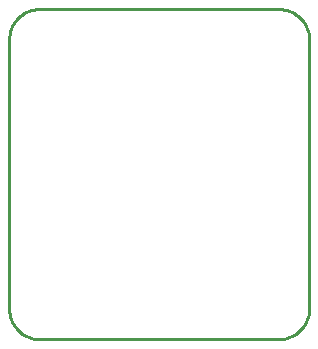
<source format=gbr>
G04 EAGLE Gerber RS-274X export*
G75*
%MOMM*%
%FSLAX34Y34*%
%LPD*%
%IN*%
%IPPOS*%
%AMOC8*
5,1,8,0,0,1.08239X$1,22.5*%
G01*
%ADD10C,0.254000*%


D10*
X0Y25400D02*
X97Y23186D01*
X386Y20989D01*
X865Y18826D01*
X1532Y16713D01*
X2380Y14666D01*
X3403Y12700D01*
X4594Y10831D01*
X5942Y9073D01*
X7440Y7440D01*
X9073Y5942D01*
X10831Y4594D01*
X12700Y3403D01*
X14666Y2380D01*
X16713Y1532D01*
X18826Y865D01*
X20989Y386D01*
X23186Y97D01*
X25400Y0D01*
X228600Y0D01*
X230814Y97D01*
X233011Y386D01*
X235174Y865D01*
X237287Y1532D01*
X239335Y2380D01*
X241300Y3403D01*
X243169Y4594D01*
X244927Y5942D01*
X246561Y7440D01*
X248058Y9073D01*
X249406Y10831D01*
X250597Y12700D01*
X251620Y14666D01*
X252468Y16713D01*
X253135Y18826D01*
X253614Y20989D01*
X253903Y23186D01*
X254000Y25400D01*
X254000Y254000D01*
X253903Y256214D01*
X253614Y258411D01*
X253135Y260574D01*
X252468Y262687D01*
X251620Y264735D01*
X250597Y266700D01*
X249406Y268569D01*
X248058Y270327D01*
X246561Y271961D01*
X244927Y273458D01*
X243169Y274806D01*
X241300Y275997D01*
X239335Y277020D01*
X237287Y277868D01*
X235174Y278535D01*
X233011Y279014D01*
X230814Y279303D01*
X228600Y279400D01*
X25400Y279400D01*
X23186Y279303D01*
X20989Y279014D01*
X18826Y278535D01*
X16713Y277868D01*
X14666Y277020D01*
X12700Y275997D01*
X10831Y274806D01*
X9073Y273458D01*
X7440Y271961D01*
X5942Y270327D01*
X4594Y268569D01*
X3403Y266700D01*
X2380Y264735D01*
X1532Y262687D01*
X865Y260574D01*
X386Y258411D01*
X97Y256214D01*
X0Y254000D01*
X0Y25400D01*
M02*

</source>
